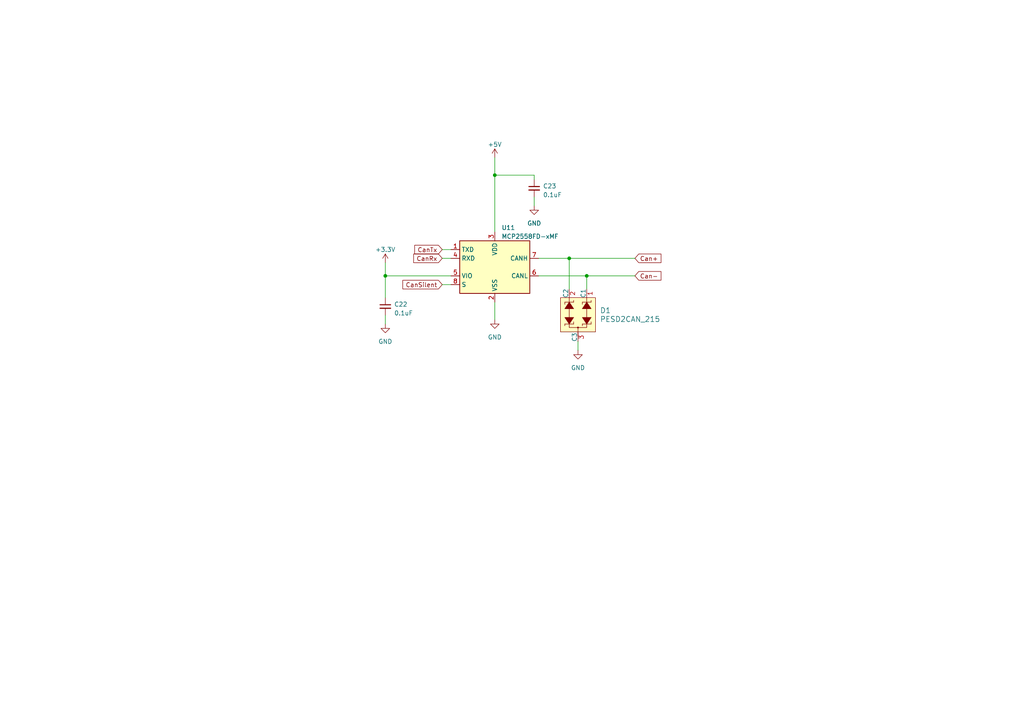
<source format=kicad_sch>
(kicad_sch (version 20230121) (generator eeschema)
  (paper "A4")
  (lib_symbols
    (symbol "Device:C_Small" (pin_numbers hide) (pin_names (offset 0.254) hide)
      (property "Reference" "C" (at 0.254 1.778 0))
      (property "Value" "C_Small" (at 0.254 -2.032 0))
      (symbol "C_Small_0_1"
        (polyline (pts (xy -1.524 -0.508) (xy 1.524 -0.508)) (stroke (width 0.3302)))
        (polyline (pts (xy -1.524 0.508) (xy 1.524 0.508)) (stroke (width 0.3048)))
      )
      (symbol "C_Small_1_1"
        (pin passive line (at 0 2.54 270) (length 2.032) (name "~") (number "1"))
        (pin passive line (at 0 -2.54 90) (length 2.032) (name "~") (number "2"))
      )
    )
    (symbol "Interface_CAN_LIN:MCP2558FD-xMF"
      (property "Reference" "U" (at -10.16 10.16 0))
      (property "Value" "MCP2558FD-xMF" (at 2.54 10.16 0))
      (symbol "MCP2558FD-xMF_0_1"
        (rectangle (start -10.16 7.62) (end 10.16 -7.62) (stroke (width 0.254)) (fill (type background)))
      )
      (symbol "MCP2558FD-xMF_1_1"
        (pin input line (at -12.7 5.08 0) (length 2.54) (name "TXD") (number "1"))
        (pin power_in line (at 0 -10.16 90) (length 2.54) (name "VSS") (number "2"))
        (pin power_in line (at 0 10.16 270) (length 2.54) (name "VDD") (number "3"))
        (pin output line (at -12.7 2.54 0) (length 2.54) (name "RXD") (number "4"))
        (pin power_in line (at -12.7 -2.54 0) (length 2.54) (name "VIO") (number "5"))
        (pin bidirectional line (at 12.7 -2.54 180) (length 2.54) (name "CANL") (number "6"))
        (pin bidirectional line (at 12.7 2.54 180) (length 2.54) (name "CANH") (number "7"))
        (pin input line (at -12.7 -5.08 0) (length 2.54) (name "S") (number "8"))
        (pin passive line (at 0 -10.16 90) (length 2.54) hide (name "VSS") (number "9"))
      )
    )
    (symbol "dk_TVS-Diodes:PESD2CAN_215" (pin_names (offset 0))
      (property "Reference" "D" (at -5.334 6.096 0))
      (property "Value" "PESD2CAN_215" (at 0 -6.35 0))
      (symbol "PESD2CAN_215_0_1"
        (rectangle (start -5.08 5.08) (end 4.826 -5.08) (fill (type background)))
        (polyline (pts (xy -3.81 -3.81) (xy -3.175 -3.81)))
        (polyline (pts (xy -3.81 -2.54) (xy -7.62 -2.54)))
        (polyline (pts (xy -3.81 -1.27) (xy -4.318 -1.27)))
        (polyline (pts (xy -3.81 -1.27) (xy -3.81 -3.81)))
        (polyline (pts (xy -3.81 1.27) (xy -3.175 1.27)))
        (polyline (pts (xy -3.81 2.54) (xy -7.62 2.54)))
        (polyline (pts (xy -3.81 3.81) (xy -4.318 3.81)))
        (polyline (pts (xy -3.81 3.81) (xy -3.81 1.27)))
        (polyline (pts (xy 0.635 -2.54) (xy -1.905 -2.54)))
        (polyline (pts (xy 0.635 2.54) (xy -1.905 2.54)))
        (polyline (pts (xy 0.635 2.54) (xy 0.635 2.54)))
        (polyline (pts (xy 2.54 -3.81) (xy 3.048 -3.81)))
        (polyline (pts (xy 2.54 -1.27) (xy 1.905 -1.27)))
        (polyline (pts (xy 2.54 -1.27) (xy 2.54 -3.81)))
        (polyline (pts (xy 2.54 1.27) (xy 3.048 1.27)))
        (polyline (pts (xy 2.54 3.81) (xy 1.905 3.81)))
        (polyline (pts (xy 2.54 3.81) (xy 2.54 1.27)))
        (polyline (pts (xy 3.556 0) (xy 6.096 0)))
        (polyline (pts (xy -1.905 -1.27) (xy -1.905 -3.81) (xy -3.81 -2.54) (xy -1.905 -1.27)) (fill (type outline)))
        (polyline (pts (xy -1.905 1.27) (xy -1.905 3.81) (xy -3.81 2.54) (xy -1.905 1.27)) (fill (type outline)))
        (polyline (pts (xy 0.635 -1.27) (xy 0.635 -3.81) (xy 2.54 -2.54) (xy 0.635 -1.27)) (fill (type outline)))
        (polyline (pts (xy 0.635 3.81) (xy 0.635 1.27) (xy 2.54 2.54) (xy 0.635 3.81)) (fill (type outline)))
        (polyline (pts (xy 1.016 2.54) (xy 3.556 2.54) (xy 3.556 -2.54) (xy 1.016 -2.54)))
        (circle (center 3.556 0) (radius 0.1778) (fill (type outline)))
      )
      (symbol "PESD2CAN_215_1_1"
        (pin bidirectional line (at -7.62 2.54 0) (length 2.54) (name "C1") (number "1"))
        (pin bidirectional line (at -7.62 -2.54 0) (length 2.54) (name "C2") (number "2"))
        (pin bidirectional line (at 7.62 0 180) (length 2.54) (name "C3") (number "3"))
      )
    )
    (symbol "power:+3.3V" (power) (pin_names (offset 0))
      (property "Value" "+3.3V" (at 0 3.556 0))
      (symbol "+3.3V_0_1"
        (polyline (pts (xy -0.762 1.27) (xy 0 2.54)))
        (polyline (pts (xy 0 0) (xy 0 2.54)))
        (polyline (pts (xy 0 2.54) (xy 0.762 1.27)))
      )
      (symbol "+3.3V_1_1"
        (pin power_in line (at 0 0 90) (length 0) hide (name "+3.3V") (number "1"))
      )
    )
    (symbol "power:+5V" (power) (pin_names (offset 0))
      (property "Value" "+5V" (at 0 3.556 0))
      (symbol "+5V_0_1"
        (polyline (pts (xy -0.762 1.27) (xy 0 2.54)))
        (polyline (pts (xy 0 0) (xy 0 2.54)))
        (polyline (pts (xy 0 2.54) (xy 0.762 1.27)))
      )
      (symbol "+5V_1_1"
        (pin power_in line (at 0 0 90) (length 0) hide (name "+5V") (number "1"))
      )
    )
    (symbol "power:GND" (power) (pin_names (offset 0))
      (property "Value" "GND" (at 0 -3.81 0))
      (symbol "GND_0_1"
        (polyline (pts (xy 0 0) (xy 0 -1.27) (xy 1.27 -1.27) (xy 0 -2.54) (xy -1.27 -1.27) (xy 0 -1.27)))
      )
      (symbol "GND_1_1"
        (pin power_in line (at 0 0 270) (length 0) hide (name "GND") (number "1"))
      )
    )
  )
  (junction (at 165.1 74.93))
  (junction (at 170.18 80.01))
  (junction (at 111.76 80.01))
  (junction (at 143.51 50.8))
  (wire (pts (xy 128.27 72.39) (xy 130.81 72.39)))
  (wire (pts (xy 154.94 50.8) (xy 143.51 50.8)))
  (wire (pts (xy 154.94 52.07) (xy 154.94 50.8)))
  (wire (pts (xy 143.51 50.8) (xy 143.51 67.31)))
  (wire (pts (xy 165.1 74.93) (xy 184.15 74.93)))
  (wire (pts (xy 143.51 45.72) (xy 143.51 50.8)))
  (wire (pts (xy 143.51 87.63) (xy 143.51 92.71)))
  (wire (pts (xy 128.27 82.55) (xy 130.81 82.55)))
  (wire (pts (xy 154.94 57.15) (xy 154.94 59.69)))
  (wire (pts (xy 170.18 80.01) (xy 170.18 83.82)))
  (wire (pts (xy 128.27 74.93) (xy 130.81 74.93)))
  (wire (pts (xy 167.64 99.06) (xy 167.64 101.6)))
  (wire (pts (xy 156.21 74.93) (xy 165.1 74.93)))
  (wire (pts (xy 156.21 80.01) (xy 170.18 80.01)))
  (wire (pts (xy 111.76 91.44) (xy 111.76 93.98)))
  (wire (pts (xy 165.1 74.93) (xy 165.1 83.82)))
  (wire (pts (xy 111.76 80.01) (xy 111.76 86.36)))
  (wire (pts (xy 111.76 80.01) (xy 111.76 76.2)))
  (wire (pts (xy 130.81 80.01) (xy 111.76 80.01)))
  (wire (pts (xy 170.18 80.01) (xy 184.15 80.01)))
  (global_label "CanTx" (shape input) (at 128.27 72.39 180) (property "Intersheetrefs" "${INTERSHEET_REFS}" (effects hide)))
  (global_label "CanSilent" (shape input) (at 128.27 82.55 180) (property "Intersheetrefs" "${INTERSHEET_REFS}" (effects hide)))
  (global_label "Can-" (shape input) (at 184.15 80.01 0) (property "Intersheetrefs" "${INTERSHEET_REFS}" (effects hide)))
  (global_label "Can+" (shape input) (at 184.15 74.93 0) (property "Intersheetrefs" "${INTERSHEET_REFS}" (effects hide)))
  (global_label "CanRx" (shape input) (at 128.27 74.93 180) (property "Intersheetrefs" "${INTERSHEET_REFS}" (effects hide)))
  (symbol (lib_id "dk_TVS-Diodes:PESD2CAN_215") (at 167.64 91.44 270) (unit 1)
    (property "Reference" "D1" (at 173.99 90.043 90) (effects (font (size 1.524 1.524)) (justify left)))
    (property "Value" "PESD2CAN_215" (at 173.99 92.583 90) (effects (font (size 1.524 1.524)) (justify left)))
    (property "Footprint" "digikey-footprints:SOT-23-3" (effects hide))
    (property "Datasheet" "https://assets.nexperia.com/documents/data-sheet/PESD2CAN.pdf" (effects hide))
    (property "Digi-Key_PN" "1727-3891-1-ND" (effects hide))
    (property "MPN" "PESD2CAN,215" (effects hide))
    (property "Category" "Circuit Protection" (effects hide))
    (property "Family" "TVS - Diodes" (effects hide))
    (property "DK_Datasheet_Link" "https://assets.nexperia.com/documents/data-sheet/PESD2CAN.pdf" (effects hide))
    (property "DK_Detail_Page" "/product-detail/en/nexperia-usa-inc/PESD2CAN,215/1727-3891-1-ND/1589996" (effects hide))
    (property "Description" "TVS DIODE 24V 41V SOT23" (effects hide))
    (property "Manufacturer" "Nexperia USA Inc." (effects hide))
    (property "Status" "Active" (effects hide))
  )
  (symbol (lib_id "power:GND") (at 154.94 59.69 0) (unit 1)
    (property "Reference" "#PWR045" (effects hide))
    (property "Value" "GND" (at 154.94 64.77 0))
  )
  (symbol (lib_id "power:+3.3V") (at 111.76 76.2 0) (unit 1)
    (property "Reference" "#PWR039" (effects hide))
    (property "Value" "+3.3V" (at 111.76 72.39 0))
  )
  (symbol (lib_id "power:+5V") (at 143.51 45.72 0) (unit 1)
    (property "Reference" "#PWR017" (effects hide))
    (property "Value" "+5V" (at 143.51 41.91 0))
  )
  (symbol (lib_id "power:GND") (at 167.64 101.6 0) (unit 1)
    (property "Reference" "#PWR046" (effects hide))
    (property "Value" "GND" (at 167.64 106.68 0))
  )
  (symbol (lib_id "power:GND") (at 143.51 92.71 0) (unit 1)
    (property "Reference" "#PWR043" (effects hide))
    (property "Value" "GND" (at 143.51 97.79 0))
  )
  (symbol (lib_id "power:GND") (at 111.76 93.98 0) (unit 1)
    (property "Reference" "#PWR044" (effects hide))
    (property "Value" "GND" (at 111.76 99.06 0))
  )
  (symbol (lib_id "Interface_CAN_LIN:MCP2558FD-xMF") (at 143.51 77.47 0) (unit 1)
    (property "Reference" "U11" (at 145.4659 66.04 0) (effects (justify left)))
    (property "Value" "MCP2558FD-xMF" (at 145.4659 68.58 0) (effects (justify left)))
    (property "Footprint" "Package_DFN_QFN:DFN-8-1EP_3x3mm_P0.65mm_EP1.55x2.4mm" (effects hide))
    (property "Datasheet" "https://ww1.microchip.com/downloads/en/DeviceDoc/20005533A.pdf" (effects hide))
  )
  (symbol (lib_id "Device:C_Small") (at 154.94 54.61 0) (unit 1)
    (property "Reference" "C23" (at 157.48 53.9813 0) (effects (justify left)))
    (property "Value" "0.1uF" (at 157.48 56.5213 0) (effects (justify left)))
    (property "Footprint" "Capacitor_SMD:C_0603_1608Metric_Pad1.08x0.95mm_HandSolder" (effects hide))
  )
  (symbol (lib_id "Device:C_Small") (at 111.76 88.9 0) (unit 1)
    (property "Reference" "C22" (at 114.3 88.2713 0) (effects (justify left)))
    (property "Value" "0.1uF" (at 114.3 90.8113 0) (effects (justify left)))
    (property "Footprint" "Capacitor_SMD:C_0603_1608Metric_Pad1.08x0.95mm_HandSolder" (effects hide))
  )
)
</source>
